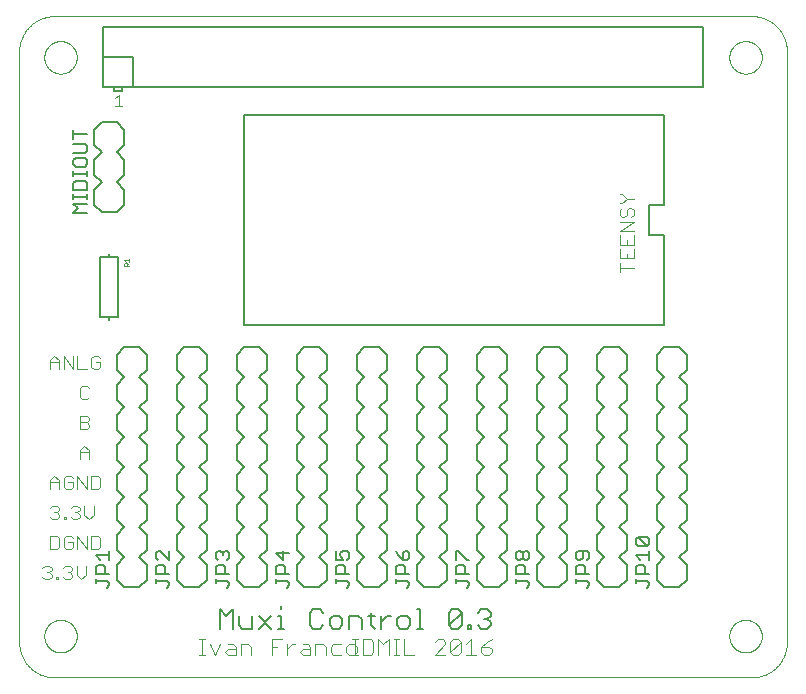
<source format=gto>
G75*
%MOIN*%
%OFA0B0*%
%FSLAX25Y25*%
%IPPOS*%
%LPD*%
%AMOC8*
5,1,8,0,0,1.08239X$1,22.5*
%
%ADD10C,0.00400*%
%ADD11C,0.00600*%
%ADD12C,0.00800*%
%ADD13C,0.00500*%
%ADD14C,0.00100*%
%ADD15C,0.00000*%
D10*
X0013467Y0037700D02*
X0012700Y0038467D01*
X0013467Y0037700D02*
X0015002Y0037700D01*
X0015769Y0038467D01*
X0015769Y0039235D01*
X0015002Y0040002D01*
X0014235Y0040002D01*
X0015002Y0040002D02*
X0015769Y0040769D01*
X0015769Y0041537D01*
X0015002Y0042304D01*
X0013467Y0042304D01*
X0012700Y0041537D01*
X0017304Y0038467D02*
X0018071Y0038467D01*
X0018071Y0037700D01*
X0017304Y0037700D01*
X0017304Y0038467D01*
X0019606Y0038467D02*
X0020373Y0037700D01*
X0021908Y0037700D01*
X0022675Y0038467D01*
X0022675Y0039235D01*
X0021908Y0040002D01*
X0021141Y0040002D01*
X0021908Y0040002D02*
X0022675Y0040769D01*
X0022675Y0041537D01*
X0021908Y0042304D01*
X0020373Y0042304D01*
X0019606Y0041537D01*
X0024210Y0042304D02*
X0024210Y0039235D01*
X0025744Y0037700D01*
X0027279Y0039235D01*
X0027279Y0042304D01*
X0027477Y0047700D02*
X0027477Y0052304D01*
X0029012Y0052304D02*
X0031314Y0052304D01*
X0032081Y0051537D01*
X0032081Y0048467D01*
X0031314Y0047700D01*
X0029012Y0047700D01*
X0029012Y0052304D01*
X0024408Y0052304D02*
X0024408Y0047700D01*
X0022873Y0048467D02*
X0022873Y0050002D01*
X0021339Y0050002D01*
X0022873Y0051537D02*
X0022106Y0052304D01*
X0020571Y0052304D01*
X0019804Y0051537D01*
X0019804Y0048467D01*
X0020571Y0047700D01*
X0022106Y0047700D01*
X0022873Y0048467D01*
X0024408Y0052304D02*
X0027477Y0047700D01*
X0018269Y0048467D02*
X0018269Y0051537D01*
X0017502Y0052304D01*
X0015200Y0052304D01*
X0015200Y0047700D01*
X0017502Y0047700D01*
X0018269Y0048467D01*
X0017502Y0057700D02*
X0015967Y0057700D01*
X0015200Y0058467D01*
X0016735Y0060002D02*
X0017502Y0060002D01*
X0018269Y0059235D01*
X0018269Y0058467D01*
X0017502Y0057700D01*
X0019804Y0057700D02*
X0020571Y0057700D01*
X0020571Y0058467D01*
X0019804Y0058467D01*
X0019804Y0057700D01*
X0022106Y0058467D02*
X0022873Y0057700D01*
X0024408Y0057700D01*
X0025175Y0058467D01*
X0025175Y0059235D01*
X0024408Y0060002D01*
X0023641Y0060002D01*
X0024408Y0060002D02*
X0025175Y0060769D01*
X0025175Y0061537D01*
X0024408Y0062304D01*
X0022873Y0062304D01*
X0022106Y0061537D01*
X0018269Y0061537D02*
X0018269Y0060769D01*
X0017502Y0060002D01*
X0018269Y0061537D02*
X0017502Y0062304D01*
X0015967Y0062304D01*
X0015200Y0061537D01*
X0015200Y0067700D02*
X0015200Y0070769D01*
X0016735Y0072304D01*
X0018269Y0070769D01*
X0018269Y0067700D01*
X0019804Y0068467D02*
X0020571Y0067700D01*
X0022106Y0067700D01*
X0022873Y0068467D01*
X0022873Y0070002D01*
X0021339Y0070002D01*
X0022873Y0071537D02*
X0022106Y0072304D01*
X0020571Y0072304D01*
X0019804Y0071537D01*
X0019804Y0068467D01*
X0018269Y0070002D02*
X0015200Y0070002D01*
X0024408Y0067700D02*
X0024408Y0072304D01*
X0027477Y0067700D01*
X0027477Y0072304D01*
X0029012Y0072304D02*
X0031314Y0072304D01*
X0032081Y0071537D01*
X0032081Y0068467D01*
X0031314Y0067700D01*
X0029012Y0067700D01*
X0029012Y0072304D01*
X0028269Y0077700D02*
X0028269Y0080769D01*
X0026735Y0082304D01*
X0025200Y0080769D01*
X0025200Y0077700D01*
X0025200Y0080002D02*
X0028269Y0080002D01*
X0027502Y0087700D02*
X0025200Y0087700D01*
X0025200Y0092304D01*
X0027502Y0092304D01*
X0028269Y0091537D01*
X0028269Y0090769D01*
X0027502Y0090002D01*
X0025200Y0090002D01*
X0027502Y0090002D02*
X0028269Y0089235D01*
X0028269Y0088467D01*
X0027502Y0087700D01*
X0027502Y0097700D02*
X0025967Y0097700D01*
X0025200Y0098467D01*
X0025200Y0101537D01*
X0025967Y0102304D01*
X0027502Y0102304D01*
X0028269Y0101537D01*
X0028269Y0098467D02*
X0027502Y0097700D01*
X0027477Y0107700D02*
X0024408Y0107700D01*
X0024408Y0112304D01*
X0022873Y0112304D02*
X0022873Y0107700D01*
X0019804Y0112304D01*
X0019804Y0107700D01*
X0018269Y0107700D02*
X0018269Y0110769D01*
X0016735Y0112304D01*
X0015200Y0110769D01*
X0015200Y0107700D01*
X0015200Y0110002D02*
X0018269Y0110002D01*
X0029012Y0111537D02*
X0029012Y0108467D01*
X0029779Y0107700D01*
X0031314Y0107700D01*
X0032081Y0108467D01*
X0032081Y0110002D01*
X0030546Y0110002D01*
X0029012Y0111537D02*
X0029779Y0112304D01*
X0031314Y0112304D01*
X0032081Y0111537D01*
X0029779Y0062304D02*
X0029779Y0059235D01*
X0028244Y0057700D01*
X0026710Y0059235D01*
X0026710Y0062304D01*
X0065058Y0017804D02*
X0066793Y0017804D01*
X0065925Y0017804D02*
X0065925Y0012600D01*
X0065058Y0012600D02*
X0066793Y0012600D01*
X0070230Y0012600D02*
X0071965Y0016070D01*
X0074519Y0016070D02*
X0076254Y0016070D01*
X0077121Y0015202D01*
X0077121Y0012600D01*
X0074519Y0012600D01*
X0073652Y0013467D01*
X0074519Y0014335D01*
X0077121Y0014335D01*
X0078808Y0012600D02*
X0078808Y0016070D01*
X0081410Y0016070D01*
X0082278Y0015202D01*
X0082278Y0012600D01*
X0089121Y0012600D02*
X0089121Y0017804D01*
X0092591Y0017804D01*
X0094277Y0016070D02*
X0094277Y0012600D01*
X0094277Y0014335D02*
X0096012Y0016070D01*
X0096880Y0016070D01*
X0099442Y0016070D02*
X0101177Y0016070D01*
X0102044Y0015202D01*
X0102044Y0012600D01*
X0099442Y0012600D01*
X0098574Y0013467D01*
X0099442Y0014335D01*
X0102044Y0014335D01*
X0103731Y0012600D02*
X0103731Y0016070D01*
X0106333Y0016070D01*
X0107200Y0015202D01*
X0107200Y0012600D01*
X0108887Y0013467D02*
X0108887Y0015202D01*
X0109755Y0016070D01*
X0112357Y0016070D01*
X0114044Y0015202D02*
X0114044Y0013467D01*
X0114911Y0012600D01*
X0116646Y0012600D01*
X0117513Y0013467D01*
X0117513Y0015202D01*
X0116646Y0016070D01*
X0114911Y0016070D01*
X0114044Y0015202D01*
X0112357Y0012600D02*
X0109755Y0012600D01*
X0108887Y0013467D01*
X0116074Y0012600D02*
X0117808Y0012600D01*
X0116941Y0012600D02*
X0116941Y0017804D01*
X0116074Y0017804D02*
X0117808Y0017804D01*
X0119511Y0017804D02*
X0122113Y0017804D01*
X0122981Y0016937D01*
X0122981Y0013467D01*
X0122113Y0012600D01*
X0119511Y0012600D01*
X0119511Y0017804D01*
X0124668Y0017804D02*
X0124668Y0012600D01*
X0128137Y0012600D02*
X0128137Y0017804D01*
X0126402Y0016070D01*
X0124668Y0017804D01*
X0129824Y0017804D02*
X0131559Y0017804D01*
X0130691Y0017804D02*
X0130691Y0012600D01*
X0129824Y0012600D02*
X0131559Y0012600D01*
X0133262Y0012600D02*
X0136731Y0012600D01*
X0133262Y0012600D02*
X0133262Y0017804D01*
X0143574Y0016937D02*
X0144442Y0017804D01*
X0146177Y0017804D01*
X0147044Y0016937D01*
X0147044Y0016070D01*
X0143574Y0012600D01*
X0147044Y0012600D01*
X0148731Y0013467D02*
X0152200Y0016937D01*
X0152200Y0013467D01*
X0151333Y0012600D01*
X0149598Y0012600D01*
X0148731Y0013467D01*
X0148731Y0016937D01*
X0149598Y0017804D01*
X0151333Y0017804D01*
X0152200Y0016937D01*
X0153887Y0016070D02*
X0155622Y0017804D01*
X0155622Y0012600D01*
X0153887Y0012600D02*
X0157357Y0012600D01*
X0159044Y0013467D02*
X0159911Y0012600D01*
X0161646Y0012600D01*
X0162513Y0013467D01*
X0162513Y0014335D01*
X0161646Y0015202D01*
X0159044Y0015202D01*
X0159044Y0013467D01*
X0159044Y0015202D02*
X0160778Y0016937D01*
X0162513Y0017804D01*
X0090856Y0015202D02*
X0089121Y0015202D01*
X0070230Y0012600D02*
X0068495Y0016070D01*
X0205196Y0140076D02*
X0205196Y0143146D01*
X0205196Y0144680D02*
X0209800Y0144680D01*
X0209800Y0147750D01*
X0209800Y0149284D02*
X0209800Y0152354D01*
X0209800Y0153888D02*
X0205196Y0153888D01*
X0209800Y0156957D01*
X0205196Y0156957D01*
X0205963Y0158492D02*
X0206731Y0158492D01*
X0207498Y0159259D01*
X0207498Y0160794D01*
X0208265Y0161561D01*
X0209033Y0161561D01*
X0209800Y0160794D01*
X0209800Y0159259D01*
X0209033Y0158492D01*
X0205963Y0158492D02*
X0205196Y0159259D01*
X0205196Y0160794D01*
X0205963Y0161561D01*
X0205963Y0163096D02*
X0207498Y0164631D01*
X0209800Y0164631D01*
X0207498Y0164631D02*
X0205963Y0166165D01*
X0205196Y0166165D01*
X0205196Y0163096D02*
X0205963Y0163096D01*
X0205196Y0152354D02*
X0205196Y0149284D01*
X0209800Y0149284D01*
X0207498Y0149284D02*
X0207498Y0150819D01*
X0205196Y0147750D02*
X0205196Y0144680D01*
X0207498Y0144680D02*
X0207498Y0146215D01*
X0209800Y0141611D02*
X0205196Y0141611D01*
X0039305Y0195643D02*
X0036903Y0195643D01*
X0038104Y0195643D02*
X0038104Y0199246D01*
X0036903Y0198045D01*
D11*
X0071914Y0027705D02*
X0074050Y0025570D01*
X0076185Y0027705D01*
X0076185Y0021300D01*
X0078360Y0022368D02*
X0079427Y0021300D01*
X0082630Y0021300D01*
X0082630Y0025570D01*
X0084805Y0025570D02*
X0089076Y0021300D01*
X0091251Y0021300D02*
X0093386Y0021300D01*
X0092318Y0021300D02*
X0092318Y0025570D01*
X0091251Y0025570D01*
X0089076Y0025570D02*
X0084805Y0021300D01*
X0078360Y0022368D02*
X0078360Y0025570D01*
X0071914Y0027705D02*
X0071914Y0021300D01*
X0092318Y0027705D02*
X0092318Y0028773D01*
X0101993Y0026638D02*
X0101993Y0022368D01*
X0103061Y0021300D01*
X0105196Y0021300D01*
X0106264Y0022368D01*
X0108439Y0022368D02*
X0108439Y0024503D01*
X0109506Y0025570D01*
X0111642Y0025570D01*
X0112709Y0024503D01*
X0112709Y0022368D01*
X0111642Y0021300D01*
X0109506Y0021300D01*
X0108439Y0022368D01*
X0106264Y0026638D02*
X0105196Y0027705D01*
X0103061Y0027705D01*
X0101993Y0026638D01*
X0114884Y0025570D02*
X0114884Y0021300D01*
X0114884Y0025570D02*
X0118087Y0025570D01*
X0119155Y0024503D01*
X0119155Y0021300D01*
X0122397Y0022368D02*
X0123465Y0021300D01*
X0122397Y0022368D02*
X0122397Y0026638D01*
X0121330Y0025570D02*
X0123465Y0025570D01*
X0125627Y0025570D02*
X0125627Y0021300D01*
X0125627Y0023435D02*
X0127762Y0025570D01*
X0128830Y0025570D01*
X0130998Y0024503D02*
X0130998Y0022368D01*
X0132066Y0021300D01*
X0134201Y0021300D01*
X0135268Y0022368D01*
X0135268Y0024503D01*
X0134201Y0025570D01*
X0132066Y0025570D01*
X0130998Y0024503D01*
X0137444Y0027705D02*
X0138511Y0027705D01*
X0138511Y0021300D01*
X0137444Y0021300D02*
X0139579Y0021300D01*
X0148186Y0022368D02*
X0152456Y0026638D01*
X0152456Y0022368D01*
X0151389Y0021300D01*
X0149254Y0021300D01*
X0148186Y0022368D01*
X0148186Y0026638D01*
X0149254Y0027705D01*
X0151389Y0027705D01*
X0152456Y0026638D01*
X0154632Y0022368D02*
X0155699Y0022368D01*
X0155699Y0021300D01*
X0154632Y0021300D01*
X0154632Y0022368D01*
X0157854Y0022368D02*
X0158922Y0021300D01*
X0161057Y0021300D01*
X0162125Y0022368D01*
X0162125Y0023435D01*
X0161057Y0024503D01*
X0159989Y0024503D01*
X0161057Y0024503D02*
X0162125Y0025570D01*
X0162125Y0026638D01*
X0161057Y0027705D01*
X0158922Y0027705D01*
X0157854Y0026638D01*
D12*
X0160000Y0035000D02*
X0157500Y0037500D01*
X0157500Y0042500D01*
X0160000Y0045000D01*
X0157500Y0047500D01*
X0157500Y0052500D01*
X0160000Y0055000D01*
X0157500Y0057500D01*
X0157500Y0062500D01*
X0160000Y0065000D01*
X0157500Y0067500D01*
X0157500Y0072500D01*
X0160000Y0075000D01*
X0157500Y0077500D01*
X0157500Y0082500D01*
X0160000Y0085000D01*
X0157500Y0087500D01*
X0157500Y0092500D01*
X0160000Y0095000D01*
X0157500Y0097500D01*
X0157500Y0102500D01*
X0160000Y0105000D01*
X0157500Y0107500D01*
X0157500Y0112500D01*
X0160000Y0115000D01*
X0165000Y0115000D01*
X0167500Y0112500D01*
X0167500Y0107500D01*
X0165000Y0105000D01*
X0167500Y0102500D01*
X0167500Y0097500D01*
X0165000Y0095000D01*
X0167500Y0092500D01*
X0167500Y0087500D01*
X0165000Y0085000D01*
X0167500Y0082500D01*
X0167500Y0077500D01*
X0165000Y0075000D01*
X0167500Y0072500D01*
X0167500Y0067500D01*
X0165000Y0065000D01*
X0167500Y0062500D01*
X0167500Y0057500D01*
X0165000Y0055000D01*
X0167500Y0052500D01*
X0167500Y0047500D01*
X0165000Y0045000D01*
X0167500Y0042500D01*
X0167500Y0037500D01*
X0165000Y0035000D01*
X0160000Y0035000D01*
X0147500Y0037500D02*
X0147500Y0042500D01*
X0145000Y0045000D01*
X0147500Y0047500D01*
X0147500Y0052500D01*
X0145000Y0055000D01*
X0147500Y0057500D01*
X0147500Y0062500D01*
X0145000Y0065000D01*
X0147500Y0067500D01*
X0147500Y0072500D01*
X0145000Y0075000D01*
X0147500Y0077500D01*
X0147500Y0082500D01*
X0145000Y0085000D01*
X0147500Y0087500D01*
X0147500Y0092500D01*
X0145000Y0095000D01*
X0147500Y0097500D01*
X0147500Y0102500D01*
X0145000Y0105000D01*
X0147500Y0107500D01*
X0147500Y0112500D01*
X0145000Y0115000D01*
X0140000Y0115000D01*
X0137500Y0112500D01*
X0137500Y0107500D01*
X0140000Y0105000D01*
X0137500Y0102500D01*
X0137500Y0097500D01*
X0140000Y0095000D01*
X0137500Y0092500D01*
X0137500Y0087500D01*
X0140000Y0085000D01*
X0137500Y0082500D01*
X0137500Y0077500D01*
X0140000Y0075000D01*
X0137500Y0072500D01*
X0137500Y0067500D01*
X0140000Y0065000D01*
X0137500Y0062500D01*
X0137500Y0057500D01*
X0140000Y0055000D01*
X0137500Y0052500D01*
X0137500Y0047500D01*
X0140000Y0045000D01*
X0137500Y0042500D01*
X0137500Y0037500D01*
X0140000Y0035000D01*
X0145000Y0035000D01*
X0147500Y0037500D01*
X0127500Y0037500D02*
X0127500Y0042500D01*
X0125000Y0045000D01*
X0127500Y0047500D01*
X0127500Y0052500D01*
X0125000Y0055000D01*
X0127500Y0057500D01*
X0127500Y0062500D01*
X0125000Y0065000D01*
X0127500Y0067500D01*
X0127500Y0072500D01*
X0125000Y0075000D01*
X0127500Y0077500D01*
X0127500Y0082500D01*
X0125000Y0085000D01*
X0127500Y0087500D01*
X0127500Y0092500D01*
X0125000Y0095000D01*
X0127500Y0097500D01*
X0127500Y0102500D01*
X0125000Y0105000D01*
X0127500Y0107500D01*
X0127500Y0112500D01*
X0125000Y0115000D01*
X0120000Y0115000D01*
X0117500Y0112500D01*
X0117500Y0107500D01*
X0120000Y0105000D01*
X0117500Y0102500D01*
X0117500Y0097500D01*
X0120000Y0095000D01*
X0117500Y0092500D01*
X0117500Y0087500D01*
X0120000Y0085000D01*
X0117500Y0082500D01*
X0117500Y0077500D01*
X0120000Y0075000D01*
X0117500Y0072500D01*
X0117500Y0067500D01*
X0120000Y0065000D01*
X0117500Y0062500D01*
X0117500Y0057500D01*
X0120000Y0055000D01*
X0117500Y0052500D01*
X0117500Y0047500D01*
X0120000Y0045000D01*
X0117500Y0042500D01*
X0117500Y0037500D01*
X0120000Y0035000D01*
X0125000Y0035000D01*
X0127500Y0037500D01*
X0107500Y0037500D02*
X0107500Y0042500D01*
X0105000Y0045000D01*
X0107500Y0047500D01*
X0107500Y0052500D01*
X0105000Y0055000D01*
X0107500Y0057500D01*
X0107500Y0062500D01*
X0105000Y0065000D01*
X0107500Y0067500D01*
X0107500Y0072500D01*
X0105000Y0075000D01*
X0107500Y0077500D01*
X0107500Y0082500D01*
X0105000Y0085000D01*
X0107500Y0087500D01*
X0107500Y0092500D01*
X0105000Y0095000D01*
X0107500Y0097500D01*
X0107500Y0102500D01*
X0105000Y0105000D01*
X0107500Y0107500D01*
X0107500Y0112500D01*
X0105000Y0115000D01*
X0100000Y0115000D01*
X0097500Y0112500D01*
X0097500Y0107500D01*
X0100000Y0105000D01*
X0097500Y0102500D01*
X0097500Y0097500D01*
X0100000Y0095000D01*
X0097500Y0092500D01*
X0097500Y0087500D01*
X0100000Y0085000D01*
X0097500Y0082500D01*
X0097500Y0077500D01*
X0100000Y0075000D01*
X0097500Y0072500D01*
X0097500Y0067500D01*
X0100000Y0065000D01*
X0097500Y0062500D01*
X0097500Y0057500D01*
X0100000Y0055000D01*
X0097500Y0052500D01*
X0097500Y0047500D01*
X0100000Y0045000D01*
X0097500Y0042500D01*
X0097500Y0037500D01*
X0100000Y0035000D01*
X0105000Y0035000D01*
X0107500Y0037500D01*
X0087500Y0037500D02*
X0087500Y0042500D01*
X0085000Y0045000D01*
X0087500Y0047500D01*
X0087500Y0052500D01*
X0085000Y0055000D01*
X0087500Y0057500D01*
X0087500Y0062500D01*
X0085000Y0065000D01*
X0087500Y0067500D01*
X0087500Y0072500D01*
X0085000Y0075000D01*
X0087500Y0077500D01*
X0087500Y0082500D01*
X0085000Y0085000D01*
X0087500Y0087500D01*
X0087500Y0092500D01*
X0085000Y0095000D01*
X0087500Y0097500D01*
X0087500Y0102500D01*
X0085000Y0105000D01*
X0087500Y0107500D01*
X0087500Y0112500D01*
X0085000Y0115000D01*
X0080000Y0115000D01*
X0077500Y0112500D01*
X0077500Y0107500D01*
X0080000Y0105000D01*
X0077500Y0102500D01*
X0077500Y0097500D01*
X0080000Y0095000D01*
X0077500Y0092500D01*
X0077500Y0087500D01*
X0080000Y0085000D01*
X0077500Y0082500D01*
X0077500Y0077500D01*
X0080000Y0075000D01*
X0077500Y0072500D01*
X0077500Y0067500D01*
X0080000Y0065000D01*
X0077500Y0062500D01*
X0077500Y0057500D01*
X0080000Y0055000D01*
X0077500Y0052500D01*
X0077500Y0047500D01*
X0080000Y0045000D01*
X0077500Y0042500D01*
X0077500Y0037500D01*
X0080000Y0035000D01*
X0085000Y0035000D01*
X0087500Y0037500D01*
X0067500Y0037500D02*
X0067500Y0042500D01*
X0065000Y0045000D01*
X0067500Y0047500D01*
X0067500Y0052500D01*
X0065000Y0055000D01*
X0067500Y0057500D01*
X0067500Y0062500D01*
X0065000Y0065000D01*
X0067500Y0067500D01*
X0067500Y0072500D01*
X0065000Y0075000D01*
X0067500Y0077500D01*
X0067500Y0082500D01*
X0065000Y0085000D01*
X0067500Y0087500D01*
X0067500Y0092500D01*
X0065000Y0095000D01*
X0067500Y0097500D01*
X0067500Y0102500D01*
X0065000Y0105000D01*
X0067500Y0107500D01*
X0067500Y0112500D01*
X0065000Y0115000D01*
X0060000Y0115000D01*
X0057500Y0112500D01*
X0057500Y0107500D01*
X0060000Y0105000D01*
X0057500Y0102500D01*
X0057500Y0097500D01*
X0060000Y0095000D01*
X0057500Y0092500D01*
X0057500Y0087500D01*
X0060000Y0085000D01*
X0057500Y0082500D01*
X0057500Y0077500D01*
X0060000Y0075000D01*
X0057500Y0072500D01*
X0057500Y0067500D01*
X0060000Y0065000D01*
X0057500Y0062500D01*
X0057500Y0057500D01*
X0060000Y0055000D01*
X0057500Y0052500D01*
X0057500Y0047500D01*
X0060000Y0045000D01*
X0057500Y0042500D01*
X0057500Y0037500D01*
X0060000Y0035000D01*
X0065000Y0035000D01*
X0067500Y0037500D01*
X0047500Y0037500D02*
X0047500Y0042500D01*
X0045000Y0045000D01*
X0047500Y0047500D01*
X0047500Y0052500D01*
X0045000Y0055000D01*
X0047500Y0057500D01*
X0047500Y0062500D01*
X0045000Y0065000D01*
X0047500Y0067500D01*
X0047500Y0072500D01*
X0045000Y0075000D01*
X0047500Y0077500D01*
X0047500Y0082500D01*
X0045000Y0085000D01*
X0047500Y0087500D01*
X0047500Y0092500D01*
X0045000Y0095000D01*
X0047500Y0097500D01*
X0047500Y0102500D01*
X0045000Y0105000D01*
X0047500Y0107500D01*
X0047500Y0112500D01*
X0045000Y0115000D01*
X0040000Y0115000D01*
X0037500Y0112500D01*
X0037500Y0107500D01*
X0040000Y0105000D01*
X0037500Y0102500D01*
X0037500Y0097500D01*
X0040000Y0095000D01*
X0037500Y0092500D01*
X0037500Y0087500D01*
X0040000Y0085000D01*
X0037500Y0082500D01*
X0037500Y0077500D01*
X0040000Y0075000D01*
X0037500Y0072500D01*
X0037500Y0067500D01*
X0040000Y0065000D01*
X0037500Y0062500D01*
X0037500Y0057500D01*
X0040000Y0055000D01*
X0037500Y0052500D01*
X0037500Y0047500D01*
X0040000Y0045000D01*
X0037500Y0042500D01*
X0037500Y0037500D01*
X0040000Y0035000D01*
X0045000Y0035000D01*
X0047500Y0037500D01*
X0035000Y0124000D02*
X0035000Y0125000D01*
X0032000Y0125000D01*
X0032000Y0145000D01*
X0035000Y0145000D01*
X0035000Y0146000D01*
X0035000Y0145000D02*
X0038000Y0145000D01*
X0038000Y0125000D01*
X0035000Y0125000D01*
X0032500Y0160000D02*
X0030000Y0162500D01*
X0030000Y0167500D01*
X0032500Y0170000D01*
X0030000Y0172500D01*
X0030000Y0177500D01*
X0032500Y0180000D01*
X0030000Y0182500D01*
X0030000Y0187500D01*
X0032500Y0190000D01*
X0037500Y0190000D01*
X0040000Y0187500D01*
X0040000Y0182500D01*
X0037500Y0180000D01*
X0040000Y0177500D01*
X0040000Y0172500D01*
X0037500Y0170000D01*
X0040000Y0167500D01*
X0040000Y0162500D01*
X0037500Y0160000D01*
X0032500Y0160000D01*
X0080000Y0192500D02*
X0080000Y0122500D01*
X0220000Y0122500D01*
X0220000Y0152500D01*
X0215000Y0152500D01*
X0215000Y0162500D01*
X0220000Y0162500D01*
X0220000Y0192500D01*
X0080000Y0192500D01*
X0177500Y0112500D02*
X0177500Y0107500D01*
X0180000Y0105000D01*
X0177500Y0102500D01*
X0177500Y0097500D01*
X0180000Y0095000D01*
X0177500Y0092500D01*
X0177500Y0087500D01*
X0180000Y0085000D01*
X0177500Y0082500D01*
X0177500Y0077500D01*
X0180000Y0075000D01*
X0177500Y0072500D01*
X0177500Y0067500D01*
X0180000Y0065000D01*
X0177500Y0062500D01*
X0177500Y0057500D01*
X0180000Y0055000D01*
X0177500Y0052500D01*
X0177500Y0047500D01*
X0180000Y0045000D01*
X0177500Y0042500D01*
X0177500Y0037500D01*
X0180000Y0035000D01*
X0185000Y0035000D01*
X0187500Y0037500D01*
X0187500Y0042500D01*
X0185000Y0045000D01*
X0187500Y0047500D01*
X0187500Y0052500D01*
X0185000Y0055000D01*
X0187500Y0057500D01*
X0187500Y0062500D01*
X0185000Y0065000D01*
X0187500Y0067500D01*
X0187500Y0072500D01*
X0185000Y0075000D01*
X0187500Y0077500D01*
X0187500Y0082500D01*
X0185000Y0085000D01*
X0187500Y0087500D01*
X0187500Y0092500D01*
X0185000Y0095000D01*
X0187500Y0097500D01*
X0187500Y0102500D01*
X0185000Y0105000D01*
X0187500Y0107500D01*
X0187500Y0112500D01*
X0185000Y0115000D01*
X0180000Y0115000D01*
X0177500Y0112500D01*
X0197500Y0112500D02*
X0197500Y0107500D01*
X0200000Y0105000D01*
X0197500Y0102500D01*
X0197500Y0097500D01*
X0200000Y0095000D01*
X0197500Y0092500D01*
X0197500Y0087500D01*
X0200000Y0085000D01*
X0197500Y0082500D01*
X0197500Y0077500D01*
X0200000Y0075000D01*
X0197500Y0072500D01*
X0197500Y0067500D01*
X0200000Y0065000D01*
X0197500Y0062500D01*
X0197500Y0057500D01*
X0200000Y0055000D01*
X0197500Y0052500D01*
X0197500Y0047500D01*
X0200000Y0045000D01*
X0197500Y0042500D01*
X0197500Y0037500D01*
X0200000Y0035000D01*
X0205000Y0035000D01*
X0207500Y0037500D01*
X0207500Y0042500D01*
X0205000Y0045000D01*
X0207500Y0047500D01*
X0207500Y0052500D01*
X0205000Y0055000D01*
X0207500Y0057500D01*
X0207500Y0062500D01*
X0205000Y0065000D01*
X0207500Y0067500D01*
X0207500Y0072500D01*
X0205000Y0075000D01*
X0207500Y0077500D01*
X0207500Y0082500D01*
X0205000Y0085000D01*
X0207500Y0087500D01*
X0207500Y0092500D01*
X0205000Y0095000D01*
X0207500Y0097500D01*
X0207500Y0102500D01*
X0205000Y0105000D01*
X0207500Y0107500D01*
X0207500Y0112500D01*
X0205000Y0115000D01*
X0200000Y0115000D01*
X0197500Y0112500D01*
X0217500Y0112500D02*
X0217500Y0107500D01*
X0220000Y0105000D01*
X0217500Y0102500D01*
X0217500Y0097500D01*
X0220000Y0095000D01*
X0217500Y0092500D01*
X0217500Y0087500D01*
X0220000Y0085000D01*
X0217500Y0082500D01*
X0217500Y0077500D01*
X0220000Y0075000D01*
X0217500Y0072500D01*
X0217500Y0067500D01*
X0220000Y0065000D01*
X0217500Y0062500D01*
X0217500Y0057500D01*
X0220000Y0055000D01*
X0217500Y0052500D01*
X0217500Y0047500D01*
X0220000Y0045000D01*
X0217500Y0042500D01*
X0217500Y0037500D01*
X0220000Y0035000D01*
X0225000Y0035000D01*
X0227500Y0037500D01*
X0227500Y0042500D01*
X0225000Y0045000D01*
X0227500Y0047500D01*
X0227500Y0052500D01*
X0225000Y0055000D01*
X0227500Y0057500D01*
X0227500Y0062500D01*
X0225000Y0065000D01*
X0227500Y0067500D01*
X0227500Y0072500D01*
X0225000Y0075000D01*
X0227500Y0077500D01*
X0227500Y0082500D01*
X0225000Y0085000D01*
X0227500Y0087500D01*
X0227500Y0092500D01*
X0225000Y0095000D01*
X0227500Y0097500D01*
X0227500Y0102500D01*
X0225000Y0105000D01*
X0227500Y0107500D01*
X0227500Y0112500D01*
X0225000Y0115000D01*
X0220000Y0115000D01*
X0217500Y0112500D01*
D13*
X0214299Y0051764D02*
X0211297Y0051764D01*
X0214299Y0048762D01*
X0215050Y0049512D01*
X0215050Y0051014D01*
X0214299Y0051764D01*
X0211297Y0051764D02*
X0210546Y0051014D01*
X0210546Y0049512D01*
X0211297Y0048762D01*
X0214299Y0048762D01*
X0215050Y0047160D02*
X0215050Y0044158D01*
X0215050Y0045659D02*
X0210546Y0045659D01*
X0212047Y0044158D01*
X0211297Y0042556D02*
X0212798Y0042556D01*
X0213549Y0041806D01*
X0213549Y0039554D01*
X0215050Y0039554D02*
X0210546Y0039554D01*
X0210546Y0041806D01*
X0211297Y0042556D01*
X0210546Y0037953D02*
X0210546Y0036451D01*
X0210546Y0037202D02*
X0214299Y0037202D01*
X0215050Y0036451D01*
X0215050Y0035701D01*
X0214299Y0034950D01*
X0195050Y0035701D02*
X0195050Y0036451D01*
X0194299Y0037202D01*
X0190546Y0037202D01*
X0190546Y0036451D02*
X0190546Y0037953D01*
X0190546Y0039554D02*
X0190546Y0041806D01*
X0191297Y0042556D01*
X0192798Y0042556D01*
X0193549Y0041806D01*
X0193549Y0039554D01*
X0195050Y0039554D02*
X0190546Y0039554D01*
X0191297Y0044158D02*
X0190546Y0044908D01*
X0190546Y0046410D01*
X0191297Y0047160D01*
X0194299Y0047160D01*
X0195050Y0046410D01*
X0195050Y0044908D01*
X0194299Y0044158D01*
X0192798Y0044908D02*
X0192798Y0047160D01*
X0192798Y0044908D02*
X0192047Y0044158D01*
X0191297Y0044158D01*
X0195050Y0035701D02*
X0194299Y0034950D01*
X0175050Y0035701D02*
X0175050Y0036451D01*
X0174299Y0037202D01*
X0170546Y0037202D01*
X0170546Y0036451D02*
X0170546Y0037953D01*
X0170546Y0039554D02*
X0170546Y0041806D01*
X0171297Y0042556D01*
X0172798Y0042556D01*
X0173549Y0041806D01*
X0173549Y0039554D01*
X0175050Y0039554D02*
X0170546Y0039554D01*
X0171297Y0044158D02*
X0172047Y0044158D01*
X0172798Y0044908D01*
X0172798Y0046410D01*
X0173549Y0047160D01*
X0174299Y0047160D01*
X0175050Y0046410D01*
X0175050Y0044908D01*
X0174299Y0044158D01*
X0173549Y0044158D01*
X0172798Y0044908D01*
X0172798Y0046410D02*
X0172047Y0047160D01*
X0171297Y0047160D01*
X0170546Y0046410D01*
X0170546Y0044908D01*
X0171297Y0044158D01*
X0175050Y0035701D02*
X0174299Y0034950D01*
X0155050Y0035701D02*
X0155050Y0036451D01*
X0154299Y0037202D01*
X0150546Y0037202D01*
X0150546Y0036451D02*
X0150546Y0037953D01*
X0150546Y0039554D02*
X0150546Y0041806D01*
X0151297Y0042556D01*
X0152798Y0042556D01*
X0153549Y0041806D01*
X0153549Y0039554D01*
X0155050Y0039554D02*
X0150546Y0039554D01*
X0150546Y0044158D02*
X0150546Y0047160D01*
X0151297Y0047160D01*
X0154299Y0044158D01*
X0155050Y0044158D01*
X0155050Y0035701D02*
X0154299Y0034950D01*
X0135050Y0035701D02*
X0135050Y0036451D01*
X0134299Y0037202D01*
X0130546Y0037202D01*
X0130546Y0036451D02*
X0130546Y0037953D01*
X0130546Y0039554D02*
X0130546Y0041806D01*
X0131297Y0042556D01*
X0132798Y0042556D01*
X0133549Y0041806D01*
X0133549Y0039554D01*
X0135050Y0039554D02*
X0130546Y0039554D01*
X0132798Y0044158D02*
X0132798Y0046410D01*
X0133549Y0047160D01*
X0134299Y0047160D01*
X0135050Y0046410D01*
X0135050Y0044908D01*
X0134299Y0044158D01*
X0132798Y0044158D01*
X0131297Y0045659D01*
X0130546Y0047160D01*
X0135050Y0035701D02*
X0134299Y0034950D01*
X0115050Y0035701D02*
X0115050Y0036451D01*
X0114299Y0037202D01*
X0110546Y0037202D01*
X0110546Y0036451D02*
X0110546Y0037953D01*
X0110546Y0039554D02*
X0110546Y0041806D01*
X0111297Y0042556D01*
X0112798Y0042556D01*
X0113549Y0041806D01*
X0113549Y0039554D01*
X0115050Y0039554D02*
X0110546Y0039554D01*
X0110546Y0044158D02*
X0112798Y0044158D01*
X0112047Y0045659D01*
X0112047Y0046410D01*
X0112798Y0047160D01*
X0114299Y0047160D01*
X0115050Y0046410D01*
X0115050Y0044908D01*
X0114299Y0044158D01*
X0110546Y0044158D02*
X0110546Y0047160D01*
X0115050Y0035701D02*
X0114299Y0034950D01*
X0095050Y0035701D02*
X0095050Y0036451D01*
X0094299Y0037202D01*
X0090546Y0037202D01*
X0090546Y0036451D02*
X0090546Y0037953D01*
X0090546Y0039554D02*
X0090546Y0041806D01*
X0091297Y0042556D01*
X0092798Y0042556D01*
X0093549Y0041806D01*
X0093549Y0039554D01*
X0095050Y0039554D02*
X0090546Y0039554D01*
X0092798Y0044158D02*
X0092798Y0047160D01*
X0090546Y0046410D02*
X0092798Y0044158D01*
X0095050Y0046410D02*
X0090546Y0046410D01*
X0095050Y0035701D02*
X0094299Y0034950D01*
X0075050Y0035701D02*
X0075050Y0036451D01*
X0074299Y0037202D01*
X0070546Y0037202D01*
X0070546Y0036451D02*
X0070546Y0037953D01*
X0070546Y0039554D02*
X0070546Y0041806D01*
X0071297Y0042556D01*
X0072798Y0042556D01*
X0073549Y0041806D01*
X0073549Y0039554D01*
X0075050Y0039554D02*
X0070546Y0039554D01*
X0071297Y0044158D02*
X0070546Y0044908D01*
X0070546Y0046410D01*
X0071297Y0047160D01*
X0072047Y0047160D01*
X0072798Y0046410D01*
X0073549Y0047160D01*
X0074299Y0047160D01*
X0075050Y0046410D01*
X0075050Y0044908D01*
X0074299Y0044158D01*
X0072798Y0045659D02*
X0072798Y0046410D01*
X0075050Y0035701D02*
X0074299Y0034950D01*
X0055050Y0035701D02*
X0055050Y0036451D01*
X0054299Y0037202D01*
X0050546Y0037202D01*
X0050546Y0036451D02*
X0050546Y0037953D01*
X0050546Y0039554D02*
X0050546Y0041806D01*
X0051297Y0042556D01*
X0052798Y0042556D01*
X0053549Y0041806D01*
X0053549Y0039554D01*
X0055050Y0039554D02*
X0050546Y0039554D01*
X0051297Y0044158D02*
X0050546Y0044908D01*
X0050546Y0046410D01*
X0051297Y0047160D01*
X0052047Y0047160D01*
X0055050Y0044158D01*
X0055050Y0047160D01*
X0055050Y0035701D02*
X0054299Y0034950D01*
X0035050Y0035701D02*
X0035050Y0036451D01*
X0034299Y0037202D01*
X0030546Y0037202D01*
X0030546Y0036451D02*
X0030546Y0037953D01*
X0030546Y0039554D02*
X0030546Y0041806D01*
X0031297Y0042556D01*
X0032798Y0042556D01*
X0033549Y0041806D01*
X0033549Y0039554D01*
X0035050Y0039554D02*
X0030546Y0039554D01*
X0032047Y0044158D02*
X0030546Y0045659D01*
X0035050Y0045659D01*
X0035050Y0044158D02*
X0035050Y0047160D01*
X0035050Y0035701D02*
X0034299Y0034950D01*
X0027550Y0159950D02*
X0023046Y0159950D01*
X0024547Y0161451D01*
X0023046Y0162953D01*
X0027550Y0162953D01*
X0027550Y0164554D02*
X0027550Y0166055D01*
X0027550Y0165305D02*
X0023046Y0165305D01*
X0023046Y0166055D02*
X0023046Y0164554D01*
X0023046Y0167623D02*
X0023046Y0169875D01*
X0023797Y0170626D01*
X0026799Y0170626D01*
X0027550Y0169875D01*
X0027550Y0167623D01*
X0023046Y0167623D01*
X0023046Y0172227D02*
X0023046Y0173728D01*
X0023046Y0172978D02*
X0027550Y0172978D01*
X0027550Y0173728D02*
X0027550Y0172227D01*
X0026799Y0175296D02*
X0023797Y0175296D01*
X0023046Y0176047D01*
X0023046Y0177548D01*
X0023797Y0178299D01*
X0026799Y0178299D01*
X0027550Y0177548D01*
X0027550Y0176047D01*
X0026799Y0175296D01*
X0026799Y0179900D02*
X0023046Y0179900D01*
X0023046Y0182903D02*
X0026799Y0182903D01*
X0027550Y0182152D01*
X0027550Y0180651D01*
X0026799Y0179900D01*
X0023046Y0184504D02*
X0023046Y0187507D01*
X0023046Y0186006D02*
X0027550Y0186006D01*
X0036703Y0200443D02*
X0039203Y0200443D01*
X0039203Y0201693D01*
X0042953Y0201693D01*
X0042953Y0211693D01*
X0032953Y0211693D01*
X0032953Y0201693D01*
X0036703Y0201693D01*
X0036703Y0200443D01*
X0036703Y0201693D02*
X0039203Y0201693D01*
X0042953Y0201693D02*
X0232953Y0201693D01*
X0232953Y0221693D01*
X0032953Y0221693D01*
X0032953Y0211693D01*
D14*
X0041550Y0144578D02*
X0041550Y0143577D01*
X0041550Y0143104D02*
X0041050Y0142604D01*
X0041050Y0142854D02*
X0041050Y0142103D01*
X0041550Y0142103D02*
X0040049Y0142103D01*
X0040049Y0142854D01*
X0040299Y0143104D01*
X0040799Y0143104D01*
X0041050Y0142854D01*
X0040549Y0143577D02*
X0040049Y0144077D01*
X0041550Y0144077D01*
D15*
X0016811Y0005000D02*
X0249094Y0005000D01*
X0249379Y0005003D01*
X0249665Y0005014D01*
X0249950Y0005031D01*
X0250234Y0005055D01*
X0250518Y0005086D01*
X0250801Y0005124D01*
X0251082Y0005169D01*
X0251363Y0005220D01*
X0251643Y0005278D01*
X0251921Y0005343D01*
X0252197Y0005415D01*
X0252471Y0005493D01*
X0252744Y0005578D01*
X0253014Y0005670D01*
X0253282Y0005768D01*
X0253548Y0005872D01*
X0253811Y0005983D01*
X0254071Y0006100D01*
X0254329Y0006223D01*
X0254583Y0006353D01*
X0254834Y0006489D01*
X0255082Y0006630D01*
X0255326Y0006778D01*
X0255567Y0006931D01*
X0255803Y0007091D01*
X0256036Y0007256D01*
X0256265Y0007426D01*
X0256490Y0007602D01*
X0256710Y0007784D01*
X0256926Y0007970D01*
X0257137Y0008162D01*
X0257344Y0008359D01*
X0257546Y0008561D01*
X0257743Y0008768D01*
X0257935Y0008979D01*
X0258121Y0009195D01*
X0258303Y0009415D01*
X0258479Y0009640D01*
X0258649Y0009869D01*
X0258814Y0010102D01*
X0258974Y0010338D01*
X0259127Y0010579D01*
X0259275Y0010823D01*
X0259416Y0011071D01*
X0259552Y0011322D01*
X0259682Y0011576D01*
X0259805Y0011834D01*
X0259922Y0012094D01*
X0260033Y0012357D01*
X0260137Y0012623D01*
X0260235Y0012891D01*
X0260327Y0013161D01*
X0260412Y0013434D01*
X0260490Y0013708D01*
X0260562Y0013984D01*
X0260627Y0014262D01*
X0260685Y0014542D01*
X0260736Y0014823D01*
X0260781Y0015104D01*
X0260819Y0015387D01*
X0260850Y0015671D01*
X0260874Y0015955D01*
X0260891Y0016240D01*
X0260902Y0016526D01*
X0260905Y0016811D01*
X0260906Y0016811D02*
X0260906Y0213661D01*
X0260905Y0213661D02*
X0260902Y0213946D01*
X0260891Y0214232D01*
X0260874Y0214517D01*
X0260850Y0214801D01*
X0260819Y0215085D01*
X0260781Y0215368D01*
X0260736Y0215649D01*
X0260685Y0215930D01*
X0260627Y0216210D01*
X0260562Y0216488D01*
X0260490Y0216764D01*
X0260412Y0217038D01*
X0260327Y0217311D01*
X0260235Y0217581D01*
X0260137Y0217849D01*
X0260033Y0218115D01*
X0259922Y0218378D01*
X0259805Y0218638D01*
X0259682Y0218896D01*
X0259552Y0219150D01*
X0259416Y0219401D01*
X0259275Y0219649D01*
X0259127Y0219893D01*
X0258974Y0220134D01*
X0258814Y0220370D01*
X0258649Y0220603D01*
X0258479Y0220832D01*
X0258303Y0221057D01*
X0258121Y0221277D01*
X0257935Y0221493D01*
X0257743Y0221704D01*
X0257546Y0221911D01*
X0257344Y0222113D01*
X0257137Y0222310D01*
X0256926Y0222502D01*
X0256710Y0222688D01*
X0256490Y0222870D01*
X0256265Y0223046D01*
X0256036Y0223216D01*
X0255803Y0223381D01*
X0255567Y0223541D01*
X0255326Y0223694D01*
X0255082Y0223842D01*
X0254834Y0223983D01*
X0254583Y0224119D01*
X0254329Y0224249D01*
X0254071Y0224372D01*
X0253811Y0224489D01*
X0253548Y0224600D01*
X0253282Y0224704D01*
X0253014Y0224802D01*
X0252744Y0224894D01*
X0252471Y0224979D01*
X0252197Y0225057D01*
X0251921Y0225129D01*
X0251643Y0225194D01*
X0251363Y0225252D01*
X0251082Y0225303D01*
X0250801Y0225348D01*
X0250518Y0225386D01*
X0250234Y0225417D01*
X0249950Y0225441D01*
X0249665Y0225458D01*
X0249379Y0225469D01*
X0249094Y0225472D01*
X0016811Y0225472D01*
X0016526Y0225469D01*
X0016240Y0225458D01*
X0015955Y0225441D01*
X0015671Y0225417D01*
X0015387Y0225386D01*
X0015104Y0225348D01*
X0014823Y0225303D01*
X0014542Y0225252D01*
X0014262Y0225194D01*
X0013984Y0225129D01*
X0013708Y0225057D01*
X0013434Y0224979D01*
X0013161Y0224894D01*
X0012891Y0224802D01*
X0012623Y0224704D01*
X0012357Y0224600D01*
X0012094Y0224489D01*
X0011834Y0224372D01*
X0011576Y0224249D01*
X0011322Y0224119D01*
X0011071Y0223983D01*
X0010823Y0223842D01*
X0010579Y0223694D01*
X0010338Y0223541D01*
X0010102Y0223381D01*
X0009869Y0223216D01*
X0009640Y0223046D01*
X0009415Y0222870D01*
X0009195Y0222688D01*
X0008979Y0222502D01*
X0008768Y0222310D01*
X0008561Y0222113D01*
X0008359Y0221911D01*
X0008162Y0221704D01*
X0007970Y0221493D01*
X0007784Y0221277D01*
X0007602Y0221057D01*
X0007426Y0220832D01*
X0007256Y0220603D01*
X0007091Y0220370D01*
X0006931Y0220134D01*
X0006778Y0219893D01*
X0006630Y0219649D01*
X0006489Y0219401D01*
X0006353Y0219150D01*
X0006223Y0218896D01*
X0006100Y0218638D01*
X0005983Y0218378D01*
X0005872Y0218115D01*
X0005768Y0217849D01*
X0005670Y0217581D01*
X0005578Y0217311D01*
X0005493Y0217038D01*
X0005415Y0216764D01*
X0005343Y0216488D01*
X0005278Y0216210D01*
X0005220Y0215930D01*
X0005169Y0215649D01*
X0005124Y0215368D01*
X0005086Y0215085D01*
X0005055Y0214801D01*
X0005031Y0214517D01*
X0005014Y0214232D01*
X0005003Y0213946D01*
X0005000Y0213661D01*
X0005000Y0016811D01*
X0005003Y0016526D01*
X0005014Y0016240D01*
X0005031Y0015955D01*
X0005055Y0015671D01*
X0005086Y0015387D01*
X0005124Y0015104D01*
X0005169Y0014823D01*
X0005220Y0014542D01*
X0005278Y0014262D01*
X0005343Y0013984D01*
X0005415Y0013708D01*
X0005493Y0013434D01*
X0005578Y0013161D01*
X0005670Y0012891D01*
X0005768Y0012623D01*
X0005872Y0012357D01*
X0005983Y0012094D01*
X0006100Y0011834D01*
X0006223Y0011576D01*
X0006353Y0011322D01*
X0006489Y0011071D01*
X0006630Y0010823D01*
X0006778Y0010579D01*
X0006931Y0010338D01*
X0007091Y0010102D01*
X0007256Y0009869D01*
X0007426Y0009640D01*
X0007602Y0009415D01*
X0007784Y0009195D01*
X0007970Y0008979D01*
X0008162Y0008768D01*
X0008359Y0008561D01*
X0008561Y0008359D01*
X0008768Y0008162D01*
X0008979Y0007970D01*
X0009195Y0007784D01*
X0009415Y0007602D01*
X0009640Y0007426D01*
X0009869Y0007256D01*
X0010102Y0007091D01*
X0010338Y0006931D01*
X0010579Y0006778D01*
X0010823Y0006630D01*
X0011071Y0006489D01*
X0011322Y0006353D01*
X0011576Y0006223D01*
X0011834Y0006100D01*
X0012094Y0005983D01*
X0012357Y0005872D01*
X0012623Y0005768D01*
X0012891Y0005670D01*
X0013161Y0005578D01*
X0013434Y0005493D01*
X0013708Y0005415D01*
X0013984Y0005343D01*
X0014262Y0005278D01*
X0014542Y0005220D01*
X0014823Y0005169D01*
X0015104Y0005124D01*
X0015387Y0005086D01*
X0015671Y0005055D01*
X0015955Y0005031D01*
X0016240Y0005014D01*
X0016526Y0005003D01*
X0016811Y0005000D01*
X0013367Y0018780D02*
X0013369Y0018927D01*
X0013375Y0019073D01*
X0013385Y0019219D01*
X0013399Y0019365D01*
X0013417Y0019511D01*
X0013438Y0019656D01*
X0013464Y0019800D01*
X0013494Y0019944D01*
X0013527Y0020086D01*
X0013564Y0020228D01*
X0013605Y0020369D01*
X0013650Y0020508D01*
X0013699Y0020647D01*
X0013751Y0020784D01*
X0013808Y0020919D01*
X0013867Y0021053D01*
X0013931Y0021185D01*
X0013998Y0021315D01*
X0014068Y0021444D01*
X0014142Y0021571D01*
X0014219Y0021695D01*
X0014300Y0021818D01*
X0014384Y0021938D01*
X0014471Y0022056D01*
X0014561Y0022171D01*
X0014654Y0022284D01*
X0014751Y0022395D01*
X0014850Y0022503D01*
X0014952Y0022608D01*
X0015057Y0022710D01*
X0015165Y0022809D01*
X0015276Y0022906D01*
X0015389Y0022999D01*
X0015504Y0023089D01*
X0015622Y0023176D01*
X0015742Y0023260D01*
X0015865Y0023341D01*
X0015989Y0023418D01*
X0016116Y0023492D01*
X0016245Y0023562D01*
X0016375Y0023629D01*
X0016507Y0023693D01*
X0016641Y0023752D01*
X0016776Y0023809D01*
X0016913Y0023861D01*
X0017052Y0023910D01*
X0017191Y0023955D01*
X0017332Y0023996D01*
X0017474Y0024033D01*
X0017616Y0024066D01*
X0017760Y0024096D01*
X0017904Y0024122D01*
X0018049Y0024143D01*
X0018195Y0024161D01*
X0018341Y0024175D01*
X0018487Y0024185D01*
X0018633Y0024191D01*
X0018780Y0024193D01*
X0018927Y0024191D01*
X0019073Y0024185D01*
X0019219Y0024175D01*
X0019365Y0024161D01*
X0019511Y0024143D01*
X0019656Y0024122D01*
X0019800Y0024096D01*
X0019944Y0024066D01*
X0020086Y0024033D01*
X0020228Y0023996D01*
X0020369Y0023955D01*
X0020508Y0023910D01*
X0020647Y0023861D01*
X0020784Y0023809D01*
X0020919Y0023752D01*
X0021053Y0023693D01*
X0021185Y0023629D01*
X0021315Y0023562D01*
X0021444Y0023492D01*
X0021571Y0023418D01*
X0021695Y0023341D01*
X0021818Y0023260D01*
X0021938Y0023176D01*
X0022056Y0023089D01*
X0022171Y0022999D01*
X0022284Y0022906D01*
X0022395Y0022809D01*
X0022503Y0022710D01*
X0022608Y0022608D01*
X0022710Y0022503D01*
X0022809Y0022395D01*
X0022906Y0022284D01*
X0022999Y0022171D01*
X0023089Y0022056D01*
X0023176Y0021938D01*
X0023260Y0021818D01*
X0023341Y0021695D01*
X0023418Y0021571D01*
X0023492Y0021444D01*
X0023562Y0021315D01*
X0023629Y0021185D01*
X0023693Y0021053D01*
X0023752Y0020919D01*
X0023809Y0020784D01*
X0023861Y0020647D01*
X0023910Y0020508D01*
X0023955Y0020369D01*
X0023996Y0020228D01*
X0024033Y0020086D01*
X0024066Y0019944D01*
X0024096Y0019800D01*
X0024122Y0019656D01*
X0024143Y0019511D01*
X0024161Y0019365D01*
X0024175Y0019219D01*
X0024185Y0019073D01*
X0024191Y0018927D01*
X0024193Y0018780D01*
X0024191Y0018633D01*
X0024185Y0018487D01*
X0024175Y0018341D01*
X0024161Y0018195D01*
X0024143Y0018049D01*
X0024122Y0017904D01*
X0024096Y0017760D01*
X0024066Y0017616D01*
X0024033Y0017474D01*
X0023996Y0017332D01*
X0023955Y0017191D01*
X0023910Y0017052D01*
X0023861Y0016913D01*
X0023809Y0016776D01*
X0023752Y0016641D01*
X0023693Y0016507D01*
X0023629Y0016375D01*
X0023562Y0016245D01*
X0023492Y0016116D01*
X0023418Y0015989D01*
X0023341Y0015865D01*
X0023260Y0015742D01*
X0023176Y0015622D01*
X0023089Y0015504D01*
X0022999Y0015389D01*
X0022906Y0015276D01*
X0022809Y0015165D01*
X0022710Y0015057D01*
X0022608Y0014952D01*
X0022503Y0014850D01*
X0022395Y0014751D01*
X0022284Y0014654D01*
X0022171Y0014561D01*
X0022056Y0014471D01*
X0021938Y0014384D01*
X0021818Y0014300D01*
X0021695Y0014219D01*
X0021571Y0014142D01*
X0021444Y0014068D01*
X0021315Y0013998D01*
X0021185Y0013931D01*
X0021053Y0013867D01*
X0020919Y0013808D01*
X0020784Y0013751D01*
X0020647Y0013699D01*
X0020508Y0013650D01*
X0020369Y0013605D01*
X0020228Y0013564D01*
X0020086Y0013527D01*
X0019944Y0013494D01*
X0019800Y0013464D01*
X0019656Y0013438D01*
X0019511Y0013417D01*
X0019365Y0013399D01*
X0019219Y0013385D01*
X0019073Y0013375D01*
X0018927Y0013369D01*
X0018780Y0013367D01*
X0018633Y0013369D01*
X0018487Y0013375D01*
X0018341Y0013385D01*
X0018195Y0013399D01*
X0018049Y0013417D01*
X0017904Y0013438D01*
X0017760Y0013464D01*
X0017616Y0013494D01*
X0017474Y0013527D01*
X0017332Y0013564D01*
X0017191Y0013605D01*
X0017052Y0013650D01*
X0016913Y0013699D01*
X0016776Y0013751D01*
X0016641Y0013808D01*
X0016507Y0013867D01*
X0016375Y0013931D01*
X0016245Y0013998D01*
X0016116Y0014068D01*
X0015989Y0014142D01*
X0015865Y0014219D01*
X0015742Y0014300D01*
X0015622Y0014384D01*
X0015504Y0014471D01*
X0015389Y0014561D01*
X0015276Y0014654D01*
X0015165Y0014751D01*
X0015057Y0014850D01*
X0014952Y0014952D01*
X0014850Y0015057D01*
X0014751Y0015165D01*
X0014654Y0015276D01*
X0014561Y0015389D01*
X0014471Y0015504D01*
X0014384Y0015622D01*
X0014300Y0015742D01*
X0014219Y0015865D01*
X0014142Y0015989D01*
X0014068Y0016116D01*
X0013998Y0016245D01*
X0013931Y0016375D01*
X0013867Y0016507D01*
X0013808Y0016641D01*
X0013751Y0016776D01*
X0013699Y0016913D01*
X0013650Y0017052D01*
X0013605Y0017191D01*
X0013564Y0017332D01*
X0013527Y0017474D01*
X0013494Y0017616D01*
X0013464Y0017760D01*
X0013438Y0017904D01*
X0013417Y0018049D01*
X0013399Y0018195D01*
X0013385Y0018341D01*
X0013375Y0018487D01*
X0013369Y0018633D01*
X0013367Y0018780D01*
X0013367Y0211693D02*
X0013369Y0211840D01*
X0013375Y0211986D01*
X0013385Y0212132D01*
X0013399Y0212278D01*
X0013417Y0212424D01*
X0013438Y0212569D01*
X0013464Y0212713D01*
X0013494Y0212857D01*
X0013527Y0212999D01*
X0013564Y0213141D01*
X0013605Y0213282D01*
X0013650Y0213421D01*
X0013699Y0213560D01*
X0013751Y0213697D01*
X0013808Y0213832D01*
X0013867Y0213966D01*
X0013931Y0214098D01*
X0013998Y0214228D01*
X0014068Y0214357D01*
X0014142Y0214484D01*
X0014219Y0214608D01*
X0014300Y0214731D01*
X0014384Y0214851D01*
X0014471Y0214969D01*
X0014561Y0215084D01*
X0014654Y0215197D01*
X0014751Y0215308D01*
X0014850Y0215416D01*
X0014952Y0215521D01*
X0015057Y0215623D01*
X0015165Y0215722D01*
X0015276Y0215819D01*
X0015389Y0215912D01*
X0015504Y0216002D01*
X0015622Y0216089D01*
X0015742Y0216173D01*
X0015865Y0216254D01*
X0015989Y0216331D01*
X0016116Y0216405D01*
X0016245Y0216475D01*
X0016375Y0216542D01*
X0016507Y0216606D01*
X0016641Y0216665D01*
X0016776Y0216722D01*
X0016913Y0216774D01*
X0017052Y0216823D01*
X0017191Y0216868D01*
X0017332Y0216909D01*
X0017474Y0216946D01*
X0017616Y0216979D01*
X0017760Y0217009D01*
X0017904Y0217035D01*
X0018049Y0217056D01*
X0018195Y0217074D01*
X0018341Y0217088D01*
X0018487Y0217098D01*
X0018633Y0217104D01*
X0018780Y0217106D01*
X0018927Y0217104D01*
X0019073Y0217098D01*
X0019219Y0217088D01*
X0019365Y0217074D01*
X0019511Y0217056D01*
X0019656Y0217035D01*
X0019800Y0217009D01*
X0019944Y0216979D01*
X0020086Y0216946D01*
X0020228Y0216909D01*
X0020369Y0216868D01*
X0020508Y0216823D01*
X0020647Y0216774D01*
X0020784Y0216722D01*
X0020919Y0216665D01*
X0021053Y0216606D01*
X0021185Y0216542D01*
X0021315Y0216475D01*
X0021444Y0216405D01*
X0021571Y0216331D01*
X0021695Y0216254D01*
X0021818Y0216173D01*
X0021938Y0216089D01*
X0022056Y0216002D01*
X0022171Y0215912D01*
X0022284Y0215819D01*
X0022395Y0215722D01*
X0022503Y0215623D01*
X0022608Y0215521D01*
X0022710Y0215416D01*
X0022809Y0215308D01*
X0022906Y0215197D01*
X0022999Y0215084D01*
X0023089Y0214969D01*
X0023176Y0214851D01*
X0023260Y0214731D01*
X0023341Y0214608D01*
X0023418Y0214484D01*
X0023492Y0214357D01*
X0023562Y0214228D01*
X0023629Y0214098D01*
X0023693Y0213966D01*
X0023752Y0213832D01*
X0023809Y0213697D01*
X0023861Y0213560D01*
X0023910Y0213421D01*
X0023955Y0213282D01*
X0023996Y0213141D01*
X0024033Y0212999D01*
X0024066Y0212857D01*
X0024096Y0212713D01*
X0024122Y0212569D01*
X0024143Y0212424D01*
X0024161Y0212278D01*
X0024175Y0212132D01*
X0024185Y0211986D01*
X0024191Y0211840D01*
X0024193Y0211693D01*
X0024191Y0211546D01*
X0024185Y0211400D01*
X0024175Y0211254D01*
X0024161Y0211108D01*
X0024143Y0210962D01*
X0024122Y0210817D01*
X0024096Y0210673D01*
X0024066Y0210529D01*
X0024033Y0210387D01*
X0023996Y0210245D01*
X0023955Y0210104D01*
X0023910Y0209965D01*
X0023861Y0209826D01*
X0023809Y0209689D01*
X0023752Y0209554D01*
X0023693Y0209420D01*
X0023629Y0209288D01*
X0023562Y0209158D01*
X0023492Y0209029D01*
X0023418Y0208902D01*
X0023341Y0208778D01*
X0023260Y0208655D01*
X0023176Y0208535D01*
X0023089Y0208417D01*
X0022999Y0208302D01*
X0022906Y0208189D01*
X0022809Y0208078D01*
X0022710Y0207970D01*
X0022608Y0207865D01*
X0022503Y0207763D01*
X0022395Y0207664D01*
X0022284Y0207567D01*
X0022171Y0207474D01*
X0022056Y0207384D01*
X0021938Y0207297D01*
X0021818Y0207213D01*
X0021695Y0207132D01*
X0021571Y0207055D01*
X0021444Y0206981D01*
X0021315Y0206911D01*
X0021185Y0206844D01*
X0021053Y0206780D01*
X0020919Y0206721D01*
X0020784Y0206664D01*
X0020647Y0206612D01*
X0020508Y0206563D01*
X0020369Y0206518D01*
X0020228Y0206477D01*
X0020086Y0206440D01*
X0019944Y0206407D01*
X0019800Y0206377D01*
X0019656Y0206351D01*
X0019511Y0206330D01*
X0019365Y0206312D01*
X0019219Y0206298D01*
X0019073Y0206288D01*
X0018927Y0206282D01*
X0018780Y0206280D01*
X0018633Y0206282D01*
X0018487Y0206288D01*
X0018341Y0206298D01*
X0018195Y0206312D01*
X0018049Y0206330D01*
X0017904Y0206351D01*
X0017760Y0206377D01*
X0017616Y0206407D01*
X0017474Y0206440D01*
X0017332Y0206477D01*
X0017191Y0206518D01*
X0017052Y0206563D01*
X0016913Y0206612D01*
X0016776Y0206664D01*
X0016641Y0206721D01*
X0016507Y0206780D01*
X0016375Y0206844D01*
X0016245Y0206911D01*
X0016116Y0206981D01*
X0015989Y0207055D01*
X0015865Y0207132D01*
X0015742Y0207213D01*
X0015622Y0207297D01*
X0015504Y0207384D01*
X0015389Y0207474D01*
X0015276Y0207567D01*
X0015165Y0207664D01*
X0015057Y0207763D01*
X0014952Y0207865D01*
X0014850Y0207970D01*
X0014751Y0208078D01*
X0014654Y0208189D01*
X0014561Y0208302D01*
X0014471Y0208417D01*
X0014384Y0208535D01*
X0014300Y0208655D01*
X0014219Y0208778D01*
X0014142Y0208902D01*
X0014068Y0209029D01*
X0013998Y0209158D01*
X0013931Y0209288D01*
X0013867Y0209420D01*
X0013808Y0209554D01*
X0013751Y0209689D01*
X0013699Y0209826D01*
X0013650Y0209965D01*
X0013605Y0210104D01*
X0013564Y0210245D01*
X0013527Y0210387D01*
X0013494Y0210529D01*
X0013464Y0210673D01*
X0013438Y0210817D01*
X0013417Y0210962D01*
X0013399Y0211108D01*
X0013385Y0211254D01*
X0013375Y0211400D01*
X0013369Y0211546D01*
X0013367Y0211693D01*
X0241713Y0211693D02*
X0241715Y0211840D01*
X0241721Y0211986D01*
X0241731Y0212132D01*
X0241745Y0212278D01*
X0241763Y0212424D01*
X0241784Y0212569D01*
X0241810Y0212713D01*
X0241840Y0212857D01*
X0241873Y0212999D01*
X0241910Y0213141D01*
X0241951Y0213282D01*
X0241996Y0213421D01*
X0242045Y0213560D01*
X0242097Y0213697D01*
X0242154Y0213832D01*
X0242213Y0213966D01*
X0242277Y0214098D01*
X0242344Y0214228D01*
X0242414Y0214357D01*
X0242488Y0214484D01*
X0242565Y0214608D01*
X0242646Y0214731D01*
X0242730Y0214851D01*
X0242817Y0214969D01*
X0242907Y0215084D01*
X0243000Y0215197D01*
X0243097Y0215308D01*
X0243196Y0215416D01*
X0243298Y0215521D01*
X0243403Y0215623D01*
X0243511Y0215722D01*
X0243622Y0215819D01*
X0243735Y0215912D01*
X0243850Y0216002D01*
X0243968Y0216089D01*
X0244088Y0216173D01*
X0244211Y0216254D01*
X0244335Y0216331D01*
X0244462Y0216405D01*
X0244591Y0216475D01*
X0244721Y0216542D01*
X0244853Y0216606D01*
X0244987Y0216665D01*
X0245122Y0216722D01*
X0245259Y0216774D01*
X0245398Y0216823D01*
X0245537Y0216868D01*
X0245678Y0216909D01*
X0245820Y0216946D01*
X0245962Y0216979D01*
X0246106Y0217009D01*
X0246250Y0217035D01*
X0246395Y0217056D01*
X0246541Y0217074D01*
X0246687Y0217088D01*
X0246833Y0217098D01*
X0246979Y0217104D01*
X0247126Y0217106D01*
X0247273Y0217104D01*
X0247419Y0217098D01*
X0247565Y0217088D01*
X0247711Y0217074D01*
X0247857Y0217056D01*
X0248002Y0217035D01*
X0248146Y0217009D01*
X0248290Y0216979D01*
X0248432Y0216946D01*
X0248574Y0216909D01*
X0248715Y0216868D01*
X0248854Y0216823D01*
X0248993Y0216774D01*
X0249130Y0216722D01*
X0249265Y0216665D01*
X0249399Y0216606D01*
X0249531Y0216542D01*
X0249661Y0216475D01*
X0249790Y0216405D01*
X0249917Y0216331D01*
X0250041Y0216254D01*
X0250164Y0216173D01*
X0250284Y0216089D01*
X0250402Y0216002D01*
X0250517Y0215912D01*
X0250630Y0215819D01*
X0250741Y0215722D01*
X0250849Y0215623D01*
X0250954Y0215521D01*
X0251056Y0215416D01*
X0251155Y0215308D01*
X0251252Y0215197D01*
X0251345Y0215084D01*
X0251435Y0214969D01*
X0251522Y0214851D01*
X0251606Y0214731D01*
X0251687Y0214608D01*
X0251764Y0214484D01*
X0251838Y0214357D01*
X0251908Y0214228D01*
X0251975Y0214098D01*
X0252039Y0213966D01*
X0252098Y0213832D01*
X0252155Y0213697D01*
X0252207Y0213560D01*
X0252256Y0213421D01*
X0252301Y0213282D01*
X0252342Y0213141D01*
X0252379Y0212999D01*
X0252412Y0212857D01*
X0252442Y0212713D01*
X0252468Y0212569D01*
X0252489Y0212424D01*
X0252507Y0212278D01*
X0252521Y0212132D01*
X0252531Y0211986D01*
X0252537Y0211840D01*
X0252539Y0211693D01*
X0252537Y0211546D01*
X0252531Y0211400D01*
X0252521Y0211254D01*
X0252507Y0211108D01*
X0252489Y0210962D01*
X0252468Y0210817D01*
X0252442Y0210673D01*
X0252412Y0210529D01*
X0252379Y0210387D01*
X0252342Y0210245D01*
X0252301Y0210104D01*
X0252256Y0209965D01*
X0252207Y0209826D01*
X0252155Y0209689D01*
X0252098Y0209554D01*
X0252039Y0209420D01*
X0251975Y0209288D01*
X0251908Y0209158D01*
X0251838Y0209029D01*
X0251764Y0208902D01*
X0251687Y0208778D01*
X0251606Y0208655D01*
X0251522Y0208535D01*
X0251435Y0208417D01*
X0251345Y0208302D01*
X0251252Y0208189D01*
X0251155Y0208078D01*
X0251056Y0207970D01*
X0250954Y0207865D01*
X0250849Y0207763D01*
X0250741Y0207664D01*
X0250630Y0207567D01*
X0250517Y0207474D01*
X0250402Y0207384D01*
X0250284Y0207297D01*
X0250164Y0207213D01*
X0250041Y0207132D01*
X0249917Y0207055D01*
X0249790Y0206981D01*
X0249661Y0206911D01*
X0249531Y0206844D01*
X0249399Y0206780D01*
X0249265Y0206721D01*
X0249130Y0206664D01*
X0248993Y0206612D01*
X0248854Y0206563D01*
X0248715Y0206518D01*
X0248574Y0206477D01*
X0248432Y0206440D01*
X0248290Y0206407D01*
X0248146Y0206377D01*
X0248002Y0206351D01*
X0247857Y0206330D01*
X0247711Y0206312D01*
X0247565Y0206298D01*
X0247419Y0206288D01*
X0247273Y0206282D01*
X0247126Y0206280D01*
X0246979Y0206282D01*
X0246833Y0206288D01*
X0246687Y0206298D01*
X0246541Y0206312D01*
X0246395Y0206330D01*
X0246250Y0206351D01*
X0246106Y0206377D01*
X0245962Y0206407D01*
X0245820Y0206440D01*
X0245678Y0206477D01*
X0245537Y0206518D01*
X0245398Y0206563D01*
X0245259Y0206612D01*
X0245122Y0206664D01*
X0244987Y0206721D01*
X0244853Y0206780D01*
X0244721Y0206844D01*
X0244591Y0206911D01*
X0244462Y0206981D01*
X0244335Y0207055D01*
X0244211Y0207132D01*
X0244088Y0207213D01*
X0243968Y0207297D01*
X0243850Y0207384D01*
X0243735Y0207474D01*
X0243622Y0207567D01*
X0243511Y0207664D01*
X0243403Y0207763D01*
X0243298Y0207865D01*
X0243196Y0207970D01*
X0243097Y0208078D01*
X0243000Y0208189D01*
X0242907Y0208302D01*
X0242817Y0208417D01*
X0242730Y0208535D01*
X0242646Y0208655D01*
X0242565Y0208778D01*
X0242488Y0208902D01*
X0242414Y0209029D01*
X0242344Y0209158D01*
X0242277Y0209288D01*
X0242213Y0209420D01*
X0242154Y0209554D01*
X0242097Y0209689D01*
X0242045Y0209826D01*
X0241996Y0209965D01*
X0241951Y0210104D01*
X0241910Y0210245D01*
X0241873Y0210387D01*
X0241840Y0210529D01*
X0241810Y0210673D01*
X0241784Y0210817D01*
X0241763Y0210962D01*
X0241745Y0211108D01*
X0241731Y0211254D01*
X0241721Y0211400D01*
X0241715Y0211546D01*
X0241713Y0211693D01*
X0241713Y0018780D02*
X0241715Y0018927D01*
X0241721Y0019073D01*
X0241731Y0019219D01*
X0241745Y0019365D01*
X0241763Y0019511D01*
X0241784Y0019656D01*
X0241810Y0019800D01*
X0241840Y0019944D01*
X0241873Y0020086D01*
X0241910Y0020228D01*
X0241951Y0020369D01*
X0241996Y0020508D01*
X0242045Y0020647D01*
X0242097Y0020784D01*
X0242154Y0020919D01*
X0242213Y0021053D01*
X0242277Y0021185D01*
X0242344Y0021315D01*
X0242414Y0021444D01*
X0242488Y0021571D01*
X0242565Y0021695D01*
X0242646Y0021818D01*
X0242730Y0021938D01*
X0242817Y0022056D01*
X0242907Y0022171D01*
X0243000Y0022284D01*
X0243097Y0022395D01*
X0243196Y0022503D01*
X0243298Y0022608D01*
X0243403Y0022710D01*
X0243511Y0022809D01*
X0243622Y0022906D01*
X0243735Y0022999D01*
X0243850Y0023089D01*
X0243968Y0023176D01*
X0244088Y0023260D01*
X0244211Y0023341D01*
X0244335Y0023418D01*
X0244462Y0023492D01*
X0244591Y0023562D01*
X0244721Y0023629D01*
X0244853Y0023693D01*
X0244987Y0023752D01*
X0245122Y0023809D01*
X0245259Y0023861D01*
X0245398Y0023910D01*
X0245537Y0023955D01*
X0245678Y0023996D01*
X0245820Y0024033D01*
X0245962Y0024066D01*
X0246106Y0024096D01*
X0246250Y0024122D01*
X0246395Y0024143D01*
X0246541Y0024161D01*
X0246687Y0024175D01*
X0246833Y0024185D01*
X0246979Y0024191D01*
X0247126Y0024193D01*
X0247273Y0024191D01*
X0247419Y0024185D01*
X0247565Y0024175D01*
X0247711Y0024161D01*
X0247857Y0024143D01*
X0248002Y0024122D01*
X0248146Y0024096D01*
X0248290Y0024066D01*
X0248432Y0024033D01*
X0248574Y0023996D01*
X0248715Y0023955D01*
X0248854Y0023910D01*
X0248993Y0023861D01*
X0249130Y0023809D01*
X0249265Y0023752D01*
X0249399Y0023693D01*
X0249531Y0023629D01*
X0249661Y0023562D01*
X0249790Y0023492D01*
X0249917Y0023418D01*
X0250041Y0023341D01*
X0250164Y0023260D01*
X0250284Y0023176D01*
X0250402Y0023089D01*
X0250517Y0022999D01*
X0250630Y0022906D01*
X0250741Y0022809D01*
X0250849Y0022710D01*
X0250954Y0022608D01*
X0251056Y0022503D01*
X0251155Y0022395D01*
X0251252Y0022284D01*
X0251345Y0022171D01*
X0251435Y0022056D01*
X0251522Y0021938D01*
X0251606Y0021818D01*
X0251687Y0021695D01*
X0251764Y0021571D01*
X0251838Y0021444D01*
X0251908Y0021315D01*
X0251975Y0021185D01*
X0252039Y0021053D01*
X0252098Y0020919D01*
X0252155Y0020784D01*
X0252207Y0020647D01*
X0252256Y0020508D01*
X0252301Y0020369D01*
X0252342Y0020228D01*
X0252379Y0020086D01*
X0252412Y0019944D01*
X0252442Y0019800D01*
X0252468Y0019656D01*
X0252489Y0019511D01*
X0252507Y0019365D01*
X0252521Y0019219D01*
X0252531Y0019073D01*
X0252537Y0018927D01*
X0252539Y0018780D01*
X0252537Y0018633D01*
X0252531Y0018487D01*
X0252521Y0018341D01*
X0252507Y0018195D01*
X0252489Y0018049D01*
X0252468Y0017904D01*
X0252442Y0017760D01*
X0252412Y0017616D01*
X0252379Y0017474D01*
X0252342Y0017332D01*
X0252301Y0017191D01*
X0252256Y0017052D01*
X0252207Y0016913D01*
X0252155Y0016776D01*
X0252098Y0016641D01*
X0252039Y0016507D01*
X0251975Y0016375D01*
X0251908Y0016245D01*
X0251838Y0016116D01*
X0251764Y0015989D01*
X0251687Y0015865D01*
X0251606Y0015742D01*
X0251522Y0015622D01*
X0251435Y0015504D01*
X0251345Y0015389D01*
X0251252Y0015276D01*
X0251155Y0015165D01*
X0251056Y0015057D01*
X0250954Y0014952D01*
X0250849Y0014850D01*
X0250741Y0014751D01*
X0250630Y0014654D01*
X0250517Y0014561D01*
X0250402Y0014471D01*
X0250284Y0014384D01*
X0250164Y0014300D01*
X0250041Y0014219D01*
X0249917Y0014142D01*
X0249790Y0014068D01*
X0249661Y0013998D01*
X0249531Y0013931D01*
X0249399Y0013867D01*
X0249265Y0013808D01*
X0249130Y0013751D01*
X0248993Y0013699D01*
X0248854Y0013650D01*
X0248715Y0013605D01*
X0248574Y0013564D01*
X0248432Y0013527D01*
X0248290Y0013494D01*
X0248146Y0013464D01*
X0248002Y0013438D01*
X0247857Y0013417D01*
X0247711Y0013399D01*
X0247565Y0013385D01*
X0247419Y0013375D01*
X0247273Y0013369D01*
X0247126Y0013367D01*
X0246979Y0013369D01*
X0246833Y0013375D01*
X0246687Y0013385D01*
X0246541Y0013399D01*
X0246395Y0013417D01*
X0246250Y0013438D01*
X0246106Y0013464D01*
X0245962Y0013494D01*
X0245820Y0013527D01*
X0245678Y0013564D01*
X0245537Y0013605D01*
X0245398Y0013650D01*
X0245259Y0013699D01*
X0245122Y0013751D01*
X0244987Y0013808D01*
X0244853Y0013867D01*
X0244721Y0013931D01*
X0244591Y0013998D01*
X0244462Y0014068D01*
X0244335Y0014142D01*
X0244211Y0014219D01*
X0244088Y0014300D01*
X0243968Y0014384D01*
X0243850Y0014471D01*
X0243735Y0014561D01*
X0243622Y0014654D01*
X0243511Y0014751D01*
X0243403Y0014850D01*
X0243298Y0014952D01*
X0243196Y0015057D01*
X0243097Y0015165D01*
X0243000Y0015276D01*
X0242907Y0015389D01*
X0242817Y0015504D01*
X0242730Y0015622D01*
X0242646Y0015742D01*
X0242565Y0015865D01*
X0242488Y0015989D01*
X0242414Y0016116D01*
X0242344Y0016245D01*
X0242277Y0016375D01*
X0242213Y0016507D01*
X0242154Y0016641D01*
X0242097Y0016776D01*
X0242045Y0016913D01*
X0241996Y0017052D01*
X0241951Y0017191D01*
X0241910Y0017332D01*
X0241873Y0017474D01*
X0241840Y0017616D01*
X0241810Y0017760D01*
X0241784Y0017904D01*
X0241763Y0018049D01*
X0241745Y0018195D01*
X0241731Y0018341D01*
X0241721Y0018487D01*
X0241715Y0018633D01*
X0241713Y0018780D01*
M02*

</source>
